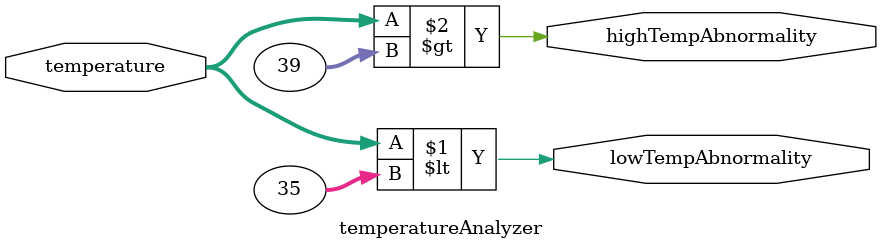
<source format=v>
/*--  *******************************************************
--  Computer Architecture Course, Laboratory Sources 
--  Amirkabir University of Technology (Tehran Polytechnic)
--  Department of Computer Engineering (CE-AUT)
--  https://ce[dot]aut[dot]ac[dot]ir
--  *******************************************************
--  All Rights reserved (C) 2020-2021
--  *******************************************************
--  Student ID  : 9833016              9839039
--  Student Name: Amirhossein Poolad & Samin Mahdipour
--  Student Mail: 
--  *******************************************************
--  Additional Comments:
--
--*/

/*-----------------------------------------------------------
---  Module Name: Temperature Analyzer
-----------------------------------------------------------*/
`timescale 1ns / 1ps
module tb_temperatureAnalyzer();
reg [7:0] t;
wire ht;
wire lt;
temperatureAnalyzer a(t,ht,lt);
initial 
    begin 
	  t=7'b0000000;
	  #10;
	  t=7'b0000001;
	  #10;
	  t=7'b0000010;
	  #10;
	  t=7'b0000011;
	  #10;
	  t=7'b0000100;
	  #10;
	  t=7'b0000101;
	  #10;
	  t=7'b0000110;
	  #10;
	  t=7'b0000111;
	  #10;
	  t=7'b0001000;
	  #10;
	  t=7'b0001001;
	  #10;
	  t=7'b0001010;
	  #10;
	  t=7'b0001011;
	  #10;
	  t=7'b0001100;
	  #10;
	  t=7'b0001101;
	  #10;
	  t=7'b0001110;
	  #10;
	  t=7'b0001111;
	  #10;
     t=7'b0010000;
	  #10;
	  t=7'b0010001;
	  #10;
	  t=7'b0010010;
	  #10;
	  t=7'b0010011;
	  #10;
	  t=7'b0010100;
	  #10;
	  t=7'b0010101;
	  #10;
	  t=7'b0010110;
	  #10;
	  t=7'b0010111;
	  #10;
	  t=7'b0011000;
	  #10;
	  t=7'b0011001;
	  #10;
	  t=7'b0011010;
	  #10;
	  t=7'b0011011;
	  #10;
	  t=7'b0011100;
	  #10;
	  t=7'b0011101;
	  #10;
	  t=7'b0011110;
	  #10;
	  t=7'b0011111;
	  #10;
	  t=7'b0100000;
	  #10;
	  t=7'b0100001;
	  #10;
	  t=7'b0100010;
	  #10;
	  t=7'b0100011;
	  #10;
	  t=7'b0100100;
	  #10;
	  t=7'b0100101;
	  #10;
	  t=7'b0100110;
	  #10;
	  t=7'b0100111;
	  #10;
	  t=7'b0101000;
	  #10;
	  t=7'b0101001;
	  #10;
	  t=7'b0101010;
	  #10;
	  t=7'b0101011;
	  #10;
	  t=7'b0101100;
	  #10;
	  t=7'b0101101;
	  #10;
	  t=7'b0101110;
	  #10;
	  t=7'b0101111;
	  #10;
     t=7'b0110000;
	  #10;
	  t=7'b0110001;
	  #10;
	  t=7'b0110010;
	  #10;
	  t=7'b0110011;
	  #10;
	  t=7'b0110100;
	  #10;
	  t=7'b0110101;
	  #10;
	  t=7'b0110110;
	  #10;
	  t=7'b0110111;
	  #10;
	  t=7'b0111000;
	  #10;
	  t=7'b0111001;
	  #10;
	  t=7'b0111010;
	  #10;
	  t=7'b0111011;
	  #10;
	  t=7'b0111100;
	  #10;
	  t=7'b0111101;
	  #10;
	  t=7'b0111110;
	  #10;
	  t=7'b0111111;
	  #10;
	  t=7'b1000000;
	  #10;
	  t=7'b1000001;
	  #10;
	  t=7'b1000010;
	  #10;
	  t=7'b1000011;
	  #10;
	  t=7'b1000100;
	  #10;
	  t=7'b1000101;
	  #10;
	  t=7'b1000110;
	  #10;
	  t=7'b1000111;
	  #10;
	  t=7'b1001000;
	  #10;
	  t=7'b1001001;
	  #10;
	  t=7'b1001010;
	  #10;
	  t=7'b1001011;
	  #10;
	  t=7'b1001100;
	  #10;
	  t=7'b1001101;
	  #10;
	  t=7'b1001110;
	  #10;
	  t=7'b1001111;
	  #10;
     t=7'b1010000;
	  #10;
	  t=7'b1010001;
	  #10;
	  t=7'b1010010;
	  #10;
	  t=7'b1010011;
	  #10;
	  t=7'b1010100;
	  #10;
	  t=7'b1010101;
	  #10;
	  t=7'b1010110;
	  #10;
	  t=7'b1010111;
	  #10;
	  t=7'b1011000;
	  #10;
	  t=7'b1011001;
	  #10;
	  t=7'b1011010;
	  #10;
	  t=7'b1011011;
	  #10;
	  t=7'b1011100;
	  #10;
	  t=7'b1011101;
	  #10;
	  t=7'b1011110;
	  #10;
	  t=7'b1011111;
	  #10;
	  t=7'b1100000;
	  #10;
	  t=7'b1100001;
	  #10;
	  t=7'b1100010;
	  #10;
	  t=7'b1100011;
	  #10;
	  t=7'b1100100;
	  #10;
	  t=7'b1100101;
	  #10;
	  t=7'b1100110;
	  #10;
	  t=7'b1100111;
	  #10;
	  t=7'b1101000;
	  #10;
	  t=7'b1101001;
	  #10;
	  t=7'b1101010;
	  #10;
	  t=7'b1101011;
	  #10;
	  t=7'b1101100;
	  #10;
	  t=7'b1101101;
	  #10;
	  t=7'b1101110;
	  #10;
	  t=7'b1101111;
	  #10;
     t=7'b1110000;
	  #10;
	  t=7'b1110001;
	  #10;
	  t=7'b1110010;
	  #10;
	  t=7'b1110011;
	  #10;
	  t=7'b1110100;
	  #10;
	  t=7'b1110101;
	  #10;
	  t=7'b1110110;
	  #10;
	  t=7'b1110111;
	  #10;
	  t=7'b1111000;
	  #10;
	  t=7'b1111001;
	  #10;
	  t=7'b1111010;
	  #10;
	  t=7'b1111011;
	  #10;
	  t=7'b1111100;
	  #10;
	  t=7'b1111101;
	  #10;
	  t=7'b1111110;
	  #10;
	  t=7'b1111111;
	 end
	endmodule
module temperatureAnalyzer(
 temperature,
 highTempAbnormality,
  lowTempAbnormality
 );
input [7:0] temperature;
output lowTempAbnormality;
output highTempAbnormality;
 assign lowTempAbnormality = (temperature < 35);
 assign highTempAbnormality = (temperature > 39);
endmodule

</source>
